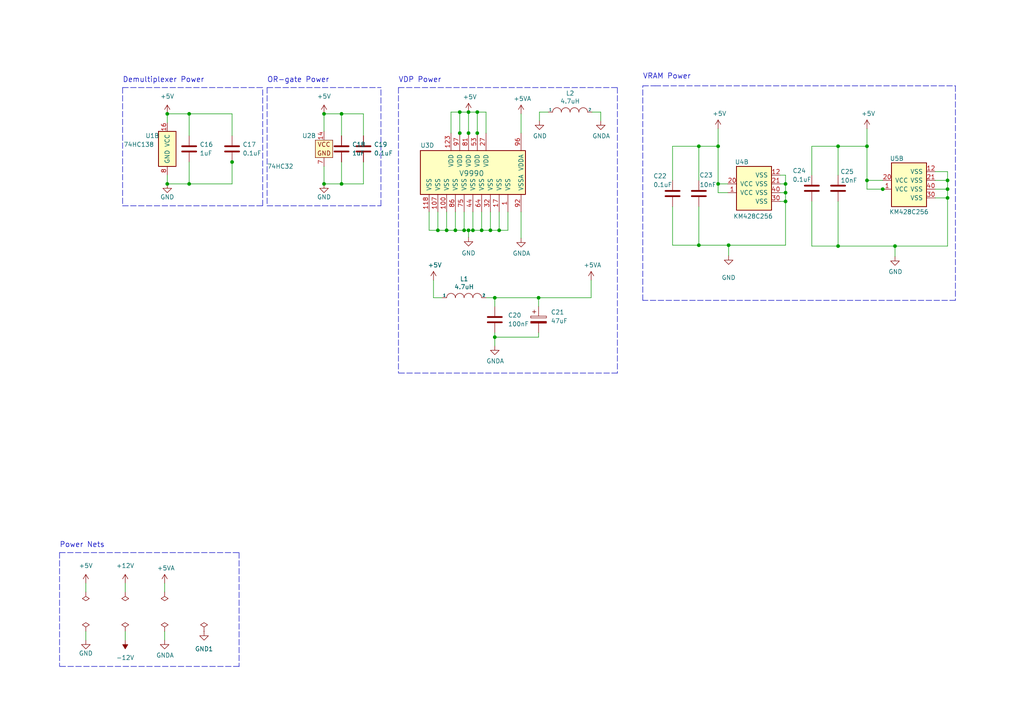
<source format=kicad_sch>
(kicad_sch (version 20211123) (generator eeschema)
  (paper "A4")
  (title_block (title "TRH9000") (date "2022-12-26") (rev "1.1") (company "The Retro Hacker") (comment 2 "Shared under CERN-OHL-S license") (comment 3 "TRH9000 - Open Source MSX Graphics Card based on the Yamaha V9990") (comment 4 "Designed  by: Cristiano Goncalves"))
  (lib_symbols
    (symbol "Device:C" (pin_numbers hide) (pin_names (offset 0.254))
      (property "Reference" "C" (at 0.635 2.54 0))
      (property "Value" "C" (at 0.635 -2.54 0))
      (symbol "C_0_1"
        (polyline (pts (xy -2.032 -0.762) (xy 2.032 -0.762)) (stroke (width 0.508)))
        (polyline (pts (xy -2.032 0.762) (xy 2.032 0.762)) (stroke (width 0.508)))
      )
      (symbol "C_1_1"
        (pin passive line (at 0 3.81 270) (length 2.794) (name "~") (number "1"))
        (pin passive line (at 0 -3.81 90) (length 2.794) (name "~") (number "2"))
      )
    )
    (symbol "Device:C_Polarized" (pin_numbers hide) (pin_names (offset 0.254))
      (property "Reference" "C" (at 0.635 2.54 0))
      (property "Value" "C_Polarized" (at 0.635 -2.54 0))
      (symbol "C_Polarized_0_1"
        (rectangle (start -2.286 0.508) (end 2.286 1.016))
        (polyline (pts (xy -1.778 2.286) (xy -0.762 2.286)))
        (polyline (pts (xy -1.27 2.794) (xy -1.27 1.778)))
        (rectangle (start 2.286 -0.508) (end -2.286 -1.016) (fill (type outline)))
      )
      (symbol "C_Polarized_1_1"
        (pin passive line (at 0 3.81 270) (length 2.794) (name "~") (number "1"))
        (pin passive line (at 0 -3.81 90) (length 2.794) (name "~") (number "2"))
      )
    )
    (symbol "KM428C256_1" (pin_names (offset 1.016))
      (property "Reference" "U4" (at -11.43 24.13 0))
      (property "Value" "KM428C256_1" (at -6.35 -31.75 0))
      (symbol "KM428C256_1_1_1"
        (rectangle (start -12.7 22.86) (end 12.7 -30.48) (stroke (width 0.254)) (fill (type background)))
        (pin bidirectional line (at 15.24 15.24 180) (length 2.54) (name "W2/DQ2") (number "10"))
        (pin bidirectional line (at 15.24 12.7 180) (length 2.54) (name "W3/DQ3") (number "11"))
        (pin input line (at -15.24 -12.7 0) (length 2.54) (name "~{WB}/~{WE}") (number "13"))
        (pin input line (at -15.24 -5.08 0) (length 2.54) (name "~{RAS}") (number "14"))
        (pin input line (at -15.24 0 0) (length 2.54) (name "A8") (number "15"))
        (pin input line (at -15.24 2.54 0) (length 2.54) (name "A7") (number "16"))
        (pin input line (at -15.24 5.08 0) (length 2.54) (name "A6") (number "17"))
        (pin input line (at -15.24 7.62 0) (length 2.54) (name "A5") (number "18"))
        (pin input line (at -15.24 10.16 0) (length 2.54) (name "A4") (number "19"))
        (pin input line (at 15.24 -25.4 180) (length 2.54) (name "SC") (number "2"))
        (pin input line (at -15.24 12.7 0) (length 2.54) (name "A3") (number "22"))
        (pin input line (at -15.24 15.24 0) (length 2.54) (name "A2") (number "23"))
        (pin input line (at -15.24 17.78 0) (length 2.54) (name "A1") (number "24"))
        (pin input line (at -15.24 20.32 0) (length 2.54) (name "A0") (number "25"))
        (pin input line (at -15.24 -22.86 0) (length 2.54) (name "QSF") (number "26"))
        (pin input line (at -15.24 -7.62 0) (length 2.54) (name "~{CAS}") (number "27"))
        (pin no_connect line (at 10.16 0 180) (length 2.54) hide (name "N/C") (number "28"))
        (pin input line (at -15.24 -25.4 0) (length 2.54) (name "DSF") (number "29"))
        (pin bidirectional line (at 15.24 -2.54 180) (length 2.54) (name "SDQ0") (number "3"))
        (pin bidirectional line (at 15.24 10.16 180) (length 2.54) (name "W4/DQ4") (number "31"))
        (pin bidirectional line (at 15.24 7.62 180) (length 2.54) (name "W5/DQ5") (number "32"))
        (pin bidirectional line (at 15.24 5.08 180) (length 2.54) (name "W6/DQ6") (number "33"))
        (pin bidirectional line (at 15.24 2.54 180) (length 2.54) (name "W7/DQ7") (number "34"))
        (pin input line (at 15.24 -27.94 180) (length 2.54) (name "~{SE}") (number "35"))
        (pin bidirectional line (at 15.24 -12.7 180) (length 2.54) (name "SDQ4") (number "36"))
        (pin bidirectional line (at 15.24 -15.24 180) (length 2.54) (name "SDQ5") (number "37"))
        (pin bidirectional line (at 15.24 -17.78 180) (length 2.54) (name "SDQ6") (number "38"))
        (pin bidirectional line (at 15.24 -20.32 180) (length 2.54) (name "SDQ7") (number "39"))
        (pin bidirectional line (at 15.24 -5.08 180) (length 2.54) (name "SDQ1") (number "4"))
        (pin bidirectional line (at 15.24 -7.62 180) (length 2.54) (name "SDQ2") (number "5"))
        (pin bidirectional line (at 15.24 -10.16 180) (length 2.54) (name "SDQ3") (number "6"))
        (pin input line (at -15.24 -10.16 0) (length 2.54) (name "~{DT}/~{OE}") (number "7"))
        (pin bidirectional line (at 15.24 20.32 180) (length 2.54) (name "W0/DQ0") (number "8"))
        (pin bidirectional line (at 15.24 17.78 180) (length 2.54) (name "W1/DQ1") (number "9"))
      )
      (symbol "KM428C256_1_2_1"
        (rectangle (start -5.08 5.08) (end 7.62 -5.08) (stroke (width 0.254)) (fill (type background)))
        (pin power_in line (at 0 7.62 270) (length 2.54) (name "VCC") (number "1"))
        (pin power_in line (at 5.08 -7.62 90) (length 2.54) (name "VSS") (number "12"))
        (pin power_in line (at 2.54 7.62 270) (length 2.54) (name "VCC") (number "20"))
        (pin power_in line (at 2.54 -7.62 90) (length 2.54) (name "VSS") (number "21"))
        (pin power_in line (at -2.54 -7.62 90) (length 2.54) (name "VSS") (number "30"))
        (pin power_in line (at 0 -7.62 90) (length 2.54) (name "VSS") (number "40"))
      )
    )
    (symbol "TRH9000:74VHC138" (pin_names (offset 0.762))
      (property "Reference" "U1" (at -6.35 13.97 0))
      (property "Value" "74VHC138" (at -6.35 -13.97 0))
      (symbol "74VHC138_1_0"
        (polyline (pts (xy -1.27 12.7) (xy -1.27 1.27) (xy -6.35 1.27) (xy -6.35 1.27)))
        (text "&" (at -3.81 10.795 0) (effects (font (size 1.27 1.27))))
      )
      (symbol "74VHC138_1_1"
        (rectangle (start -6.35 12.7) (end 7.62 -12.7) (stroke (width 0.254)) (fill (type background)))
        (pin input line (at -8.89 -3.81 0) (length 2.54) (name "A0") (number "1"))
        (pin output line (at 10.16 -5.08 180) (length 2.54) (name "~{Y5}") (number "10"))
        (pin output line (at 10.16 -2.54 180) (length 2.54) (name "~{Y4}") (number "11"))
        (pin output line (at 10.16 0 180) (length 2.54) (name "~{Y3}") (number "12"))
        (pin output line (at 10.16 2.54 180) (length 2.54) (name "~{Y2}") (number "13"))
        (pin output line (at 10.16 5.08 180) (length 2.54) (name "~{Y1}") (number "14"))
        (pin output line (at 10.16 7.62 180) (length 2.54) (name "~{Y0}") (number "15"))
        (pin input line (at -8.89 -6.35 0) (length 2.54) (name "A1") (number "2"))
        (pin input line (at -8.89 -8.89 0) (length 2.54) (name "A2") (number "3"))
        (pin input line (at -8.89 7.62 0) (length 2.54) (name "~{G2A}") (number "4"))
        (pin input line (at -8.89 5.08 0) (length 2.54) (name "~{G2B}") (number "5"))
        (pin input line (at -8.89 2.54 0) (length 2.54) (name "G1") (number "6"))
        (pin output line (at 10.16 -10.16 180) (length 2.54) (name "~{Y7}") (number "7"))
        (pin output line (at 10.16 -7.62 180) (length 2.54) (name "~{Y6}") (number "9"))
      )
      (symbol "74VHC138_2_0"
        (rectangle (start -2.54 5.08) (end 2.54 -5.08) (stroke (width 0.254)) (fill (type background)))
        (pin power_in line (at 0 7.62 270) (length 2.54) (name "VCC") (number "16"))
      )
      (symbol "74VHC138_2_1"
        (pin power_in line (at 0 -7.62 90) (length 2.54) (name "GND") (number "8"))
      )
    )
    (symbol "TRH9000:KM428C256" (pin_names (offset 1.016))
      (property "Reference" "U4" (at -11.43 24.13 0))
      (property "Value" "KM428C256" (at -6.35 -31.75 0))
      (symbol "KM428C256_1_1"
        (rectangle (start -12.7 22.86) (end 12.7 -30.48) (stroke (width 0.254)) (fill (type background)))
        (pin bidirectional line (at 15.24 15.24 180) (length 2.54) (name "W2/DQ2") (number "10"))
        (pin bidirectional line (at 15.24 12.7 180) (length 2.54) (name "W3/DQ3") (number "11"))
        (pin input line (at -15.24 -12.7 0) (length 2.54) (name "~{WB}/~{WE}") (number "13"))
        (pin input line (at -15.24 -5.08 0) (length 2.54) (name "~{RAS}") (number "14"))
        (pin input line (at -15.24 0 0) (length 2.54) (name "A8") (number "15"))
        (pin input line (at -15.24 2.54 0) (length 2.54) (name "A7") (number "16"))
        (pin input line (at -15.24 5.08 0) (length 2.54) (name "A6") (number "17"))
        (pin input line (at -15.24 7.62 0) (length 2.54) (name "A5") (number "18"))
        (pin input line (at -15.24 10.16 0) (length 2.54) (name "A4") (number "19"))
        (pin input line (at 15.24 -25.4 180) (length 2.54) (name "SC") (number "2"))
        (pin input line (at -15.24 12.7 0) (length 2.54) (name "A3") (number "22"))
        (pin input line (at -15.24 15.24 0) (length 2.54) (name "A2") (number "23"))
        (pin input line (at -15.24 17.78 0) (length 2.54) (name "A1") (number "24"))
        (pin input line (at -15.24 20.32 0) (length 2.54) (name "A0") (number "25"))
        (pin input line (at -15.24 -22.86 0) (length 2.54) (name "QSF") (number "26"))
        (pin input line (at -15.24 -7.62 0) (length 2.54) (name "~{CAS}") (number "27"))
        (pin no_connect line (at 10.16 0 180) (length 2.54) hide (name "N/C") (number "28"))
        (pin input line (at -15.24 -25.4 0) (length 2.54) (name "DSF") (number "29"))
        (pin bidirectional line (at 15.24 -2.54 180) (length 2.54) (name "SDQ0") (number "3"))
        (pin bidirectional line (at 15.24 10.16 180) (length 2.54) (name "W4/DQ4") (number "31"))
        (pin bidirectional line (at 15.24 7.62 180) (length 2.54) (name "W5/DQ5") (number "32"))
        (pin bidirectional line (at 15.24 5.08 180) (length 2.54) (name "W6/DQ6") (number "33"))
        (pin bidirectional line (at 15.24 2.54 180) (length 2.54) (name "W7/DQ7") (number "34"))
        (pin input line (at 15.24 -27.94 180) (length 2.54) (name "~{SE}") (number "35"))
        (pin bidirectional line (at 15.24 -12.7 180) (length 2.54) (name "SDQ4") (number "36"))
        (pin bidirectional line (at 15.24 -15.24 180) (length 2.54) (name "SDQ5") (number "37"))
        (pin bidirectional line (at 15.24 -17.78 180) (length 2.54) (name "SDQ6") (number "38"))
        (pin bidirectional line (at 15.24 -20.32 180) (length 2.54) (name "SDQ7") (number "39"))
        (pin bidirectional line (at 15.24 -5.08 180) (length 2.54) (name "SDQ1") (number "4"))
        (pin bidirectional line (at 15.24 -7.62 180) (length 2.54) (name "SDQ2") (number "5"))
        (pin bidirectional line (at 15.24 -10.16 180) (length 2.54) (name "SDQ3") (number "6"))
        (pin input line (at -15.24 -10.16 0) (length 2.54) (name "~{DT}/~{OE}") (number "7"))
        (pin bidirectional line (at 15.24 20.32 180) (length 2.54) (name "W0/DQ0") (number "8"))
        (pin bidirectional line (at 15.24 17.78 180) (length 2.54) (name "W1/DQ1") (number "9"))
      )
      (symbol "KM428C256_2_1"
        (rectangle (start -5.08 5.08) (end 7.62 -5.08) (stroke (width 0.254)) (fill (type background)))
        (pin power_in line (at 0 7.62 270) (length 2.54) (name "VCC") (number "1"))
        (pin power_in line (at 5.08 -7.62 90) (length 2.54) (name "VSS") (number "12"))
        (pin power_in line (at 2.54 7.62 270) (length 2.54) (name "VCC") (number "20"))
        (pin power_in line (at 2.54 -7.62 90) (length 2.54) (name "VSS") (number "21"))
        (pin power_in line (at -2.54 -7.62 90) (length 2.54) (name "VSS") (number "30"))
        (pin power_in line (at 0 -7.62 90) (length 2.54) (name "VSS") (number "40"))
      )
    )
    (symbol "TRH9000:T.I_SN74AHCT32D" (pin_names (offset 1))
      (property "Reference" "U5" (at -22.86 17.78 0))
      (property "Value" "T.I_SN74AHCT32D" (at -22.86 15.24 0))
      (symbol "T.I_SN74AHCT32D_1_1"
        (rectangle (start -7.62 12.7) (end 7.62 -10.16) (stroke (width 0.254)) (fill (type background)))
        (arc (start -0.635 -6.985) (mid -0.372 -6.35) (end -0.635 -5.715))
        (arc (start -0.635 -1.905) (mid -0.372 -1.27) (end -0.635 -0.635))
        (arc (start -0.635 3.175) (mid -0.372 3.81) (end -0.635 4.445))
        (arc (start -0.635 8.255) (mid -0.372 8.89) (end -0.635 9.525))
        (polyline (pts (xy -0.635 -6.604) (xy -0.508 -6.604)))
        (polyline (pts (xy -0.635 -6.096) (xy -0.508 -6.096)))
        (polyline (pts (xy -0.635 -1.524) (xy -0.508 -1.524)))
        (polyline (pts (xy -0.635 -1.016) (xy -0.508 -1.016)))
        (polyline (pts (xy -0.635 3.556) (xy -0.508 3.556)))
        (polyline (pts (xy -0.635 4.064) (xy -0.508 4.064)))
        (polyline (pts (xy -0.635 8.636) (xy -0.508 8.636)))
        (polyline (pts (xy -0.635 9.144) (xy -0.508 9.144)))
        (polyline (pts (xy 0.635 -6.985) (xy -0.635 -6.985)))
        (polyline (pts (xy 0.635 -5.715) (xy -0.635 -5.715)))
        (polyline (pts (xy 0.635 -1.905) (xy -0.635 -1.905)))
        (polyline (pts (xy 0.635 -0.635) (xy -0.635 -0.635)))
        (polyline (pts (xy 0.635 3.175) (xy -0.635 3.175)))
        (polyline (pts (xy 0.635 4.445) (xy -0.635 4.445)))
        (polyline (pts (xy 0.635 8.255) (xy -0.635 8.255)))
        (polyline (pts (xy 0.635 9.525) (xy -0.635 9.525)))
        (polyline (pts (xy 0.635 -5.715) (xy 1.27 -6.35) (xy 0.635 -6.985)))
        (polyline (pts (xy 0.635 -0.635) (xy 1.27 -1.27) (xy 0.635 -1.905)))
        (polyline (pts (xy 0.635 4.445) (xy 1.27 3.81) (xy 0.635 3.175)))
        (polyline (pts (xy 0.635 9.525) (xy 1.27 8.89) (xy 0.635 8.255)))
        (polyline (pts (xy -0.635 -6.096) (xy -2.286 -6.096) (xy -2.286 -4.064) (xy -3.81 -4.064)))
        (polyline (pts (xy -0.635 -1.016) (xy -2.286 -1.016) (xy -2.286 1.016) (xy -3.81 1.016)))
        (polyline (pts (xy -0.635 4.064) (xy -2.286 4.064) (xy -2.286 6.096) (xy -3.81 6.096)))
        (polyline (pts (xy -0.635 9.144) (xy -2.286 9.144) (xy -2.286 11.176) (xy -3.81 11.176)))
        (polyline (pts (xy -3.81 -4.064) (xy -3.81 -4.064) (xy -7.112 -4.064) (xy -7.112 -5.08) (xy -7.62 -5.08)))
        (polyline (pts (xy -3.81 1.016) (xy -3.81 1.016) (xy -7.112 1.016) (xy -7.112 0) (xy -7.62 0)))
        (polyline (pts (xy -3.81 6.096) (xy -3.81 6.096) (xy -7.112 6.096) (xy -7.112 5.08) (xy -7.62 5.08)))
        (polyline (pts (xy -3.81 11.176) (xy -3.81 11.176) (xy -7.112 11.176) (xy -7.112 10.16) (xy -7.62 10.16)))
        (polyline (pts (xy -0.635 -6.604) (xy -3.81 -6.604) (xy -7.112 -6.604) (xy -7.112 -7.62) (xy -7.62 -7.62)))
        (polyline (pts (xy -0.635 -1.524) (xy -3.81 -1.524) (xy -7.112 -1.524) (xy -7.112 -2.54) (xy -7.62 -2.54)))
        (polyline (pts (xy -0.635 3.556) (xy -3.81 3.556) (xy -7.112 3.556) (xy -7.112 2.54) (xy -7.62 2.54)))
        (polyline (pts (xy -0.635 8.636) (xy -3.81 8.636) (xy -7.112 8.636) (xy -7.112 7.62) (xy -7.62 7.62)))
        (polyline (pts (xy 1.27 -6.35) (xy 3.81 -6.35) (xy 7.112 -6.35) (xy 7.112 -7.62) (xy 7.62 -7.62)))
        (polyline (pts (xy 1.27 -1.27) (xy 3.81 -1.27) (xy 7.112 -1.27) (xy 7.112 -2.54) (xy 7.62 -2.54)))
        (polyline (pts (xy 1.27 3.81) (xy 3.81 3.81) (xy 7.112 3.81) (xy 7.112 2.54) (xy 7.62 2.54)))
        (polyline (pts (xy 1.27 8.89) (xy 3.81 8.89) (xy 7.112 8.89) (xy 7.112 7.62) (xy 7.62 7.62)))
        (pin input line (at -10.16 10.16 0) (length 2.54) (name "1A") (number "1"))
        (pin input line (at -10.16 -2.54 0) (length 2.54) (name "3B") (number "10"))
        (pin output line (at 10.16 -7.62 180) (length 2.54) (name "4Y") (number "11"))
        (pin input line (at -10.16 -5.08 0) (length 2.54) (name "4A") (number "12"))
        (pin input line (at -10.16 -7.62 0) (length 2.54) (name "4B") (number "13"))
        (pin input line (at -10.16 7.62 0) (length 2.54) (name "1B") (number "2"))
        (pin output line (at 10.16 7.62 180) (length 2.54) (name "1Y") (number "3"))
        (pin input line (at -10.16 5.08 0) (length 2.54) (name "2A") (number "4"))
        (pin input line (at -10.16 2.54 0) (length 2.54) (name "2B") (number "5"))
        (pin output line (at 10.16 2.54 180) (length 2.54) (name "2Y") (number "6"))
        (pin output line (at 10.16 -2.54 180) (length 2.54) (name "3Y") (number "8"))
        (pin input line (at -10.16 0 0) (length 2.54) (name "3A") (number "9"))
      )
      (symbol "T.I_SN74AHCT32D_2_0"
        (text "GND" (at 0 -1.27 0) (effects (font (size 1.27 1.27))))
        (text "VCC" (at 0 1.27 0) (effects (font (size 1.27 1.27))))
      )
      (symbol "T.I_SN74AHCT32D_2_1"
        (rectangle (start -2.54 2.54) (end 2.54 -2.54) (fill (type background)))
        (pin power_in line (at 0 5.08 270) (length 2.54) (name "VCC") (number "14"))
        (pin power_in line (at 0 -5.08 90) (length 2.54) (name "GND") (number "7"))
      )
    )
    (symbol "TRH9000:V9990" (pin_names (offset 1.016))
      (property "Reference" "U" (at -12.7 60.96 0))
      (property "Value" "V9990" (at -2.54 -76.2 0))
      (symbol "V9990_1_0"
        (rectangle (start -10.16 27.94) (end 10.16 30.48))
        (text "CPU Interface" (at 0 29.21 0) (effects (font (size 1.27 1.27))))
        (pin input line (at -15.24 20.32 0) (length 5.08) (name "~{VMREQ}") (number "124"))
        (pin open_emitter line (at 15.24 20.32 180) (length 5.08) (name "~{DREQ}") (number "125"))
        (pin open_collector line (at 15.24 15.24 180) (length 5.08) (name "~{INT0}") (number "126"))
        (pin input line (at -15.24 10.16 0) (length 5.08) (name "MODE2") (number "6"))
        (pin input line (at -15.24 7.62 0) (length 5.08) (name "MODE3") (number "7"))
      )
      (symbol "V9990_1_1"
        (rectangle (start -10.16 27.94) (end 10.16 -25.4) (stroke (width 0.254)) (fill (type background)))
        (pin input line (at -15.24 25.4 0) (length 5.08) (name "~{RESET}") (number "110"))
        (pin tri_state line (at -15.24 2.54 0) (length 5.08) (name "CD0") (number "114"))
        (pin tri_state line (at -15.24 0 0) (length 5.08) (name "CD1") (number "115"))
        (pin tri_state line (at -15.24 -2.54 0) (length 5.08) (name "CD2") (number "116"))
        (pin tri_state line (at -15.24 -5.08 0) (length 5.08) (name "CD3") (number "117"))
        (pin tri_state line (at -15.24 -7.62 0) (length 5.08) (name "CD4") (number "119"))
        (pin tri_state line (at -15.24 -10.16 0) (length 5.08) (name "CD5") (number "120"))
        (pin tri_state line (at -15.24 -12.7 0) (length 5.08) (name "CD6") (number "121"))
        (pin tri_state line (at -15.24 -15.24 0) (length 5.08) (name "CD7") (number "122"))
        (pin open_collector line (at 15.24 12.7 180) (length 5.08) (name "~{INT1}") (number "127"))
        (pin output line (at 15.24 25.4 180) (length 5.08) (name "~{WAIT}") (number "128"))
        (pin input line (at -15.24 -22.86 0) (length 5.08) (name "~{CSW}") (number "2"))
        (pin input line (at -15.24 -20.32 0) (length 5.08) (name "~{CSR}") (number "3"))
        (pin input line (at -15.24 15.24 0) (length 5.08) (name "MODE0") (number "4"))
        (pin input line (at -15.24 12.7 0) (length 5.08) (name "MODE1") (number "5"))
      )
      (symbol "V9990_2_0"
        (rectangle (start -12.7 -40.64) (end 12.7 -66.04) (stroke (width 0.254)) (fill (type background)))
        (rectangle (start -12.7 7.62) (end 12.7 -40.64) (stroke (width 0.254)) (fill (type background)))
        (rectangle (start -12.7 55.88) (end 12.7 7.62) (stroke (width 0.254)) (fill (type background)))
        (rectangle (start -12.7 55.88) (end 12.7 58.42))
        (text "Address Bus &" (at -11.43 -43.18 0) (effects (font (size 1.27 1.27)) (justify left)))
        (text "Kanji Output" (at -11.43 -45.72 0) (effects (font (size 1.27 1.27)) (justify left)))
        (text "PORT 0" (at 0 35.56 900) (effects (font (size 1.27 1.27))))
        (text "PORT 1" (at 0 -12.7 900) (effects (font (size 1.27 1.27))))
        (text "VRAM interface" (at 0 57.15 0) (effects (font (size 1.27 1.27))))
        (pin tri_state line (at 17.78 -58.42 180) (length 5.08) (name "KA15") (number "10"))
        (pin tri_state line (at 17.78 -55.88 180) (length 5.08) (name "KA14") (number "11"))
        (pin tri_state line (at 17.78 -53.34 180) (length 5.08) (name "KA13") (number "12"))
        (pin tri_state line (at 17.78 -50.8 180) (length 5.08) (name "KA12") (number "13"))
        (pin tri_state line (at 17.78 -48.26 180) (length 5.08) (name "KA11") (number "14"))
        (pin tri_state line (at 17.78 -45.72 180) (length 5.08) (name "KA10") (number "15"))
        (pin tri_state line (at 17.78 -43.18 180) (length 5.08) (name "KA9") (number "16"))
        (pin tri_state line (at 17.78 10.16 180) (length 5.08) (name "V0_A8/KA8") (number "18"))
        (pin tri_state line (at 17.78 12.7 180) (length 5.08) (name "V0_A7/KA7") (number "19"))
        (pin tri_state line (at 17.78 15.24 180) (length 5.08) (name "V0_A6/KA6") (number "20"))
        (pin tri_state line (at 17.78 17.78 180) (length 5.08) (name "V0_A5/KA5") (number "21"))
        (pin tri_state line (at 17.78 20.32 180) (length 5.08) (name "V0_A4/KA4") (number "22"))
        (pin tri_state line (at 17.78 22.86 180) (length 5.08) (name "V0_A3/KA3") (number "23"))
        (pin tri_state line (at 17.78 25.4 180) (length 5.08) (name "V0_A2/KA2") (number "24"))
        (pin tri_state line (at 17.78 27.94 180) (length 5.08) (name "V0_A1/KA1") (number "25"))
        (pin tri_state line (at 17.78 30.48 180) (length 5.08) (name "V0_A0/KA0") (number "26"))
        (pin output line (at 17.78 35.56 180) (length 5.08) (name "~{KOE}") (number "37"))
        (pin tri_state line (at 17.78 43.18 180) (length 5.08) (name "~{V0_WE}") (number "40"))
        (pin output line (at 17.78 53.34 180) (length 5.08) (name "~{V0_TR/OE}") (number "41"))
        (pin output clock (at 17.78 40.64 180) (length 5.08) (name "~{V0_SC}") (number "42"))
        (pin output line (at 17.78 50.8 180) (length 5.08) (name "~{V0_SOE}") (number "43"))
        (pin input line (at -17.78 35.56 0) (length 5.08) (name "V0_S7") (number "45"))
        (pin input line (at -17.78 38.1 0) (length 5.08) (name "V0_S6") (number "46"))
        (pin input line (at -17.78 40.64 0) (length 5.08) (name "V0_S5") (number "47"))
        (pin input line (at -17.78 43.18 0) (length 5.08) (name "V0_S4") (number "48"))
        (pin input line (at -17.78 45.72 0) (length 5.08) (name "V0_S3") (number "49"))
        (pin input line (at -17.78 48.26 0) (length 5.08) (name "V0_S2") (number "50"))
        (pin input line (at -17.78 50.8 0) (length 5.08) (name "V0_S1") (number "51"))
        (pin input line (at -17.78 53.34 0) (length 5.08) (name "V0_S0") (number "52"))
        (pin tri_state line (at 17.78 -5.08 180) (length 5.08) (name "~{V1_WE}") (number "65"))
        (pin output line (at 17.78 5.08 180) (length 5.08) (name "~{V1_TR/OE}") (number "66"))
        (pin output clock (at 17.78 -7.62 180) (length 5.08) (name "V1_SC") (number "67"))
        (pin output line (at 17.78 2.54 180) (length 5.08) (name "~{V1_SOE}") (number "68"))
        (pin output line (at 17.78 -10.16 180) (length 5.08) (name "ASEL") (number "70"))
        (pin tri_state line (at 17.78 -38.1 180) (length 5.08) (name "V1_A8") (number "71"))
        (pin tri_state line (at 17.78 -35.56 180) (length 5.08) (name "V1_A7") (number "72"))
        (pin tri_state line (at 17.78 -33.02 180) (length 5.08) (name "V1_A6") (number "73"))
        (pin tri_state line (at 17.78 -30.48 180) (length 5.08) (name "V1_A5") (number "74"))
        (pin tri_state line (at 17.78 -27.94 180) (length 5.08) (name "V1_A4") (number "76"))
        (pin tri_state line (at 17.78 -25.4 180) (length 5.08) (name "V1_A3") (number "77"))
        (pin tri_state line (at 17.78 -22.86 180) (length 5.08) (name "V1_A2") (number "78"))
        (pin tri_state line (at 17.78 -20.32 180) (length 5.08) (name "V1_A1") (number "79"))
        (pin tri_state line (at 17.78 -63.5 180) (length 5.08) (name "KA17") (number "8"))
        (pin tri_state line (at 17.78 -17.78 180) (length 5.08) (name "V1_A0") (number "80"))
        (pin tri_state line (at 17.78 -60.96 180) (length 5.08) (name "KA16") (number "9"))
      )
      (symbol "V9990_2_1"
        (pin bidirectional line (at -17.78 12.7 0) (length 5.08) (name "V0_D7/KD7") (number "28"))
        (pin bidirectional line (at -17.78 15.24 0) (length 5.08) (name "V0_D6/KD6") (number "29"))
        (pin bidirectional line (at -17.78 17.78 0) (length 5.08) (name "V0_D5/KD5") (number "30"))
        (pin bidirectional line (at -17.78 20.32 0) (length 5.08) (name "V0_D4/KD4") (number "31"))
        (pin bidirectional line (at -17.78 22.86 0) (length 5.08) (name "V0_D3/KD3") (number "33"))
        (pin bidirectional line (at -17.78 25.4 0) (length 5.08) (name "V0_D2/KD2") (number "34"))
        (pin bidirectional line (at -17.78 27.94 0) (length 5.08) (name "V0_D1/KD1") (number "35"))
        (pin bidirectional line (at -17.78 30.48 0) (length 5.08) (name "V0_D0/KD0") (number "36"))
        (pin output line (at 17.78 45.72 180) (length 5.08) (name "~{V0_RAS}") (number "38"))
        (pin output line (at 17.78 48.26 180) (length 5.08) (name "~{V0_CAS}") (number "39"))
        (pin input line (at -17.78 -12.7 0) (length 5.08) (name "V1_S7") (number "54"))
        (pin input line (at -17.78 -10.16 0) (length 5.08) (name "V1_S6") (number "55"))
        (pin input line (at -17.78 -7.62 0) (length 5.08) (name "V1_S5") (number "56"))
        (pin input line (at -17.78 -5.08 0) (length 5.08) (name "V1_S4") (number "57"))
        (pin input line (at -17.78 -2.54 0) (length 5.08) (name "V1_S3") (number "58"))
        (pin input line (at -17.78 0 0) (length 5.08) (name "V1_S2") (number "59"))
        (pin input line (at -17.78 2.54 0) (length 5.08) (name "V1_S1") (number "60"))
        (pin input line (at -17.78 5.08 0) (length 5.08) (name "V1_S0") (number "61"))
        (pin output line (at 17.78 -2.54 180) (length 5.08) (name "~{V1_RAS}") (number "62"))
        (pin output line (at 17.78 0 180) (length 5.08) (name "~{V1_CAS}") (number "63"))
        (pin output line (at 17.78 38.1 180) (length 5.08) (name "~{VMBG}") (number "69"))
        (pin bidirectional line (at -17.78 -17.78 0) (length 5.08) (name "V1_D0") (number "82"))
        (pin bidirectional line (at -17.78 -20.32 0) (length 5.08) (name "V1_D1") (number "83"))
        (pin bidirectional line (at -17.78 -22.86 0) (length 5.08) (name "V1_D2") (number "84"))
        (pin bidirectional line (at -17.78 -25.4 0) (length 5.08) (name "V1_D3") (number "85"))
        (pin bidirectional line (at -17.78 -27.94 0) (length 5.08) (name "V1_D4") (number "87"))
        (pin bidirectional line (at -17.78 -30.48 0) (length 5.08) (name "V1_D5") (number "88"))
        (pin bidirectional line (at -17.78 -33.02 0) (length 5.08) (name "V1_D6") (number "89"))
        (pin bidirectional line (at -17.78 -35.56 0) (length 5.08) (name "V1_D7") (number "90"))
      )
      (symbol "V9990_3_0"
        (rectangle (start -10.16 12.7) (end 10.16 -27.94) (stroke (width 0.254)) (fill (type background)))
        (rectangle (start -10.16 15.24) (end 10.16 12.7))
        (rectangle (start -10.16 27.94) (end 10.16 30.48))
        (text "(14MHz)" (at -6.35 23.495 0) (effects (font (size 1 1))))
        (text "(21MHz)" (at 0 17.78 0) (effects (font (size 1 1))))
        (text "(3.58MHz)" (at -3.81 -7.62 0) (effects (font (size 1 1))))
        (text "(MCK÷2)" (at 0.635 25.4 0) (effects (font (size 0.75 0.75))))
        (text "(MCK÷4)" (at 0.635 22.987 0) (effects (font (size 0.75 0.75))))
        (text "/CB4" (at -6.985 8.636 0) (effects (font (size 0.85 0.85))))
        (text "/CB5" (at 3.81 8.636 0) (effects (font (size 0.85 0.85))))
        (text "CLOCK signals" (at 0 29.21 0) (effects (font (size 1.27 1.27))))
        (text "VIDEO interface" (at 0 13.97 0) (effects (font (size 1.27 1.27))))
        (text "~{HRESET}" (at -5.588 10.033 0) (effects (font (size 1.27 1.27))))
        (text "~{VRESET}" (at 5.588 10.033 0) (effects (font (size 1.27 1.27))))
        (pin input clock (at -15.24 25.4 0) (length 5.08) (name "MCKIN") (number "113"))
      )
      (symbol "V9990_3_1"
        (rectangle (start -10.16 27.94) (end 10.16 15.24) (stroke (width 0.254)) (fill (type background)))
        (pin output line (at 15.24 -15.24 180) (length 5.08) (name "~{HSYNC/LC}") (number "101"))
        (pin output line (at 15.24 -17.78 180) (length 5.08) (name "~{CSYNC/FLM}") (number "102"))
        (pin output line (at 15.24 -22.86 180) (length 5.08) (name "~{BLANK/M}") (number "103"))
        (pin output clock (at 15.24 -25.4 180) (length 5.08) (name "SHCK") (number "104"))
        (pin bidirectional line (at -15.24 10.16 0) (length 5.08) (name "~{HRESET}/CB4") (number "105"))
        (pin bidirectional line (at 15.24 10.16 180) (length 5.08) (name "~{VRESET}/CB5") (number "106"))
        (pin output clock (at 15.24 -7.62 180) (length 5.08) (name "CB6/FSC") (number "108"))
        (pin output line (at 15.24 -10.16 180) (length 5.08) (name "CB7") (number "109"))
        (pin output clock (at 15.24 25.4 180) (length 5.08) (name "DHCLK") (number "111"))
        (pin output clock (at 15.24 22.86 180) (length 5.08) (name "DLCLK") (number "112"))
        (pin output line (at 15.24 -2.54 180) (length 5.08) (name "~{YS}/D0/CB0") (number "91"))
        (pin output line (at 15.24 5.08 180) (length 5.08) (name "R/D3/CB3") (number "93"))
        (pin output line (at 15.24 2.54 180) (length 5.08) (name "G/D2/CB2") (number "94"))
        (pin output line (at 15.24 0 180) (length 5.08) (name "B/D1/CB1") (number "95"))
        (pin input clock (at -15.24 17.78 0) (length 5.08) (name "XTAL1") (number "98"))
        (pin output clock (at 15.24 17.78 180) (length 5.08) (name "XTAL2") (number "99"))
      )
      (symbol "V9990_4_0"
        (pin power_in line (at -12.7 -12.7 90) (length 5.08) (name "VSS") (number "100"))
        (pin power_in line (at -15.24 -12.7 90) (length 5.08) (name "VSS") (number "107"))
        (pin power_in line (at -17.78 -12.7 90) (length 5.08) (name "VSS") (number "118"))
        (pin power_in line (at -11.43 10.16 270) (length 5.08) (name "VDD") (number "123"))
        (pin power_in line (at 2.54 -12.7 90) (length 5.08) (name "VSS") (number "17"))
        (pin power_in line (at 0 -12.7 90) (length 5.08) (name "VSS") (number "32"))
        (pin power_in line (at -5.08 -12.7 90) (length 5.08) (name "VSS") (number "44"))
        (pin power_in line (at -3.81 10.16 270) (length 5.08) (name "VDD") (number "53"))
        (pin power_in line (at -2.54 -12.7 90) (length 5.08) (name "VSS") (number "64"))
        (pin power_in line (at -7.62 -12.7 90) (length 5.08) (name "VSS") (number "75"))
        (pin power_in line (at -6.35 10.16 270) (length 5.08) (name "VDD") (number "81"))
        (pin power_in line (at -10.16 -12.7 90) (length 5.08) (name "VSS") (number "86"))
        (pin power_in line (at 8.89 -12.7 90) (length 5.08) (name "VSSA") (number "92"))
        (pin power_in line (at -8.89 10.16 270) (length 5.08) (name "VDD") (number "97"))
      )
      (symbol "V9990_4_1"
        (rectangle (start -20.32 5.08) (end 10.16 -7.62) (stroke (width 0.254)) (fill (type background)))
        (pin power_in line (at 5.08 -12.7 90) (length 5.08) (name "VSS") (number "1"))
        (pin power_in line (at -1.27 10.16 270) (length 5.08) (name "VDD") (number "27"))
        (pin power_in line (at 8.89 10.16 270) (length 5.08) (name "VDDA") (number "96"))
      )
    )
    (symbol "power:+12V" (power) (pin_names (offset 0))
      (property "Value" "+12V" (at 0 3.556 0))
      (symbol "+12V_0_1"
        (polyline (pts (xy -0.762 1.27) (xy 0 2.54)))
        (polyline (pts (xy 0 0) (xy 0 2.54)))
        (polyline (pts (xy 0 2.54) (xy 0.762 1.27)))
      )
      (symbol "+12V_1_1"
        (pin power_in line (at 0 0 90) (length 0) hide (name "+12V") (number "1"))
      )
    )
    (symbol "power:+5V" (power) (pin_names (offset 0))
      (property "Value" "+5V" (at 0 3.556 0))
      (symbol "+5V_0_1"
        (polyline (pts (xy -0.762 1.27) (xy 0 2.54)))
        (polyline (pts (xy 0 0) (xy 0 2.54)))
        (polyline (pts (xy 0 2.54) (xy 0.762 1.27)))
      )
      (symbol "+5V_1_1"
        (pin power_in line (at 0 0 90) (length 0) hide (name "+5V") (number "1"))
      )
    )
    (symbol "power:+5VA" (power) (pin_names (offset 0))
      (property "Value" "+5VA" (at 0 3.556 0))
      (symbol "+5VA_0_1"
        (polyline (pts (xy -0.762 1.27) (xy 0 2.54)))
        (polyline (pts (xy 0 0) (xy 0 2.54)))
        (polyline (pts (xy 0 2.54) (xy 0.762 1.27)))
      )
      (symbol "+5VA_1_1"
        (pin power_in line (at 0 0 90) (length 0) hide (name "+5VA") (number "1"))
      )
    )
    (symbol "power:-12V" (power) (pin_names (offset 0))
      (property "Value" "-12V" (at 0 3.81 0))
      (symbol "-12V_0_0"
        (pin power_in line (at 0 0 90) (length 0) hide (name "-12V") (number "1"))
      )
      (symbol "-12V_0_1"
        (polyline (pts (xy 0 0) (xy 0 1.27) (xy 0.762 1.27) (xy 0 2.54) (xy -0.762 1.27) (xy 0 1.27)) (fill (type outline)))
      )
    )
    (symbol "power:GND" (power) (pin_names (offset 0))
      (property "Value" "GND" (at 0 -3.81 0))
      (symbol "GND_0_1"
        (polyline (pts (xy 0 0) (xy 0 -1.27) (xy 1.27 -1.27) (xy 0 -2.54) (xy -1.27 -1.27) (xy 0 -1.27)))
      )
      (symbol "GND_1_1"
        (pin power_in line (at 0 0 270) (length 0) hide (name "GND") (number "1"))
      )
    )
    (symbol "power:GND1" (power) (pin_names (offset 0))
      (property "Value" "GND1" (at 0 -3.81 0))
      (symbol "GND1_0_1"
        (polyline (pts (xy 0 0) (xy 0 -1.27) (xy 1.27 -1.27) (xy 0 -2.54) (xy -1.27 -1.27) (xy 0 -1.27)))
      )
      (symbol "GND1_1_1"
        (pin power_in line (at 0 0 270) (length 0) hide (name "GND1") (number "1"))
      )
    )
    (symbol "power:GNDA" (power) (pin_names (offset 0))
      (property "Value" "GNDA" (at 0 -3.81 0))
      (symbol "GNDA_0_1"
        (polyline (pts (xy 0 0) (xy 0 -1.27) (xy 1.27 -1.27) (xy 0 -2.54) (xy -1.27 -1.27) (xy 0 -1.27)))
      )
      (symbol "GNDA_1_1"
        (pin power_in line (at 0 0 270) (length 0) hide (name "GNDA") (number "1"))
      )
    )
    (symbol "power:PWR_FLAG" (power) (pin_numbers hide) (pin_names (offset 0) hide)
      (property "Value" "PWR_FLAG" (at 0 3.81 0))
      (symbol "PWR_FLAG_0_0"
        (pin power_out line (at 0 0 90) (length 0) (name "pwr") (number "1"))
      )
      (symbol "PWR_FLAG_0_1"
        (polyline (pts (xy 0 0) (xy 0 1.27) (xy -1.016 1.905) (xy 0 2.54) (xy 1.016 1.905) (xy 0 1.27)))
      )
    )
    (symbol "pspice:INDUCTOR" (pin_numbers hide) (pin_names (offset 0))
      (property "Reference" "L" (at 0 2.54 0))
      (property "Value" "INDUCTOR" (at 0 -1.27 0))
      (symbol "INDUCTOR_0_1"
        (arc (start -2.54 0) (mid -3.81 1.27) (end -5.08 0))
        (arc (start 0 0) (mid -1.27 1.27) (end -2.54 0))
        (arc (start 2.54 0) (mid 1.27 1.27) (end 0 0))
        (arc (start 5.08 0) (mid 3.81 1.27) (end 2.54 0))
      )
      (symbol "INDUCTOR_1_1"
        (pin input line (at -6.35 0 0) (length 1.27) (name "1") (number "1"))
        (pin input line (at 6.35 0 180) (length 1.27) (name "2") (number "2"))
      )
    )
  )
  (junction (at 99.06 53.34))
  (junction (at 202.692 42.418))
  (junction (at 202.692 71.12))
  (junction (at 132.08 66.802))
  (junction (at 48.514 53.34))
  (junction (at 127 66.802))
  (junction (at 93.98 53.34))
  (junction (at 142.24 66.802))
  (junction (at 54.864 53.34))
  (junction (at 227.838 55.88))
  (junction (at 48.514 33.02))
  (junction (at 134.62 66.802))
  (junction (at 67.31 46.99))
  (junction (at 251.46 42.418))
  (junction (at 274.828 54.864))
  (junction (at 274.828 52.324))
  (junction (at 156.21 86.36))
  (junction (at 256.032 54.864))
  (junction (at 243.078 71.374))
  (junction (at 227.838 53.34))
  (junction (at 243.078 42.418))
  (junction (at 208.28 42.418))
  (junction (at 135.89 32.512))
  (junction (at 137.16 66.802))
  (junction (at 138.43 38.608))
  (junction (at 93.98 33.02))
  (junction (at 135.89 66.802))
  (junction (at 259.588 71.374))
  (junction (at 133.35 38.608))
  (junction (at 208.28 53.34))
  (junction (at 139.7 66.802))
  (junction (at 138.43 32.512))
  (junction (at 143.51 97.79))
  (junction (at 143.51 86.36))
  (junction (at 99.06 33.02))
  (junction (at 144.78 66.802))
  (junction (at 133.35 32.512))
  (junction (at 54.864 33.02))
  (junction (at 227.838 58.42))
  (junction (at 129.54 66.802))
  (junction (at 135.89 38.608))
  (junction (at 211.328 71.12))
  (junction (at 251.46 52.324))
  (junction (at 274.828 57.404))
  (wire (pts (xy 251.46 37.338) (xy 251.46 42.418)))
  (wire (pts (xy 135.89 38.608) (xy 135.89 32.512)))
  (wire (pts (xy 202.692 71.12) (xy 211.328 71.12)))
  (wire (pts (xy 54.864 33.02) (xy 48.514 33.02)))
  (wire (pts (xy 208.28 53.34) (xy 208.28 55.88)))
  (wire (pts (xy 151.13 33.02) (xy 151.13 38.608)))
  (wire (pts (xy 271.272 49.784) (xy 274.828 49.784)))
  (wire (pts (xy 144.78 61.468) (xy 144.78 66.802)))
  (wire (pts (xy 151.13 61.468) (xy 151.13 69.088)))
  (wire (pts (xy 274.828 71.374) (xy 274.828 57.404)))
  (wire (pts (xy 195.072 71.12) (xy 202.692 71.12)))
  (polyline (pts (xy 35.56 59.69) (xy 76.2 59.69)))
  (wire (pts (xy 208.28 53.34) (xy 211.074 53.34)))
  (wire (pts (xy 251.46 54.864) (xy 256.032 54.864)))
  (wire (pts (xy 274.828 52.324) (xy 274.828 54.864)))
  (polyline (pts (xy 186.436 87.122) (xy 186.436 24.892)))
  (wire (pts (xy 227.838 58.42) (xy 226.314 58.42)))
  (wire (pts (xy 140.97 32.512) (xy 140.97 38.608)))
  (wire (pts (xy 171.45 86.36) (xy 171.45 81.28)))
  (wire (pts (xy 243.078 42.418) (xy 251.46 42.418)))
  (wire (pts (xy 235.458 42.418) (xy 235.458 50.8)))
  (wire (pts (xy 243.078 50.8) (xy 243.078 42.418)))
  (polyline (pts (xy 77.47 59.69) (xy 110.49 59.69)))
  (wire (pts (xy 142.24 61.468) (xy 142.24 66.802)))
  (wire (pts (xy 132.08 66.802) (xy 134.62 66.802)))
  (wire (pts (xy 227.838 53.34) (xy 227.838 55.88)))
  (wire (pts (xy 105.41 53.34) (xy 99.06 53.34)))
  (polyline (pts (xy 69.342 160.274) (xy 69.342 193.294)))
  (wire (pts (xy 134.62 66.802) (xy 135.89 66.802)))
  (wire (pts (xy 256.032 54.864) (xy 256.286 54.864)))
  (wire (pts (xy 143.51 96.52) (xy 143.51 97.79)))
  (wire (pts (xy 54.864 39.37) (xy 54.864 33.02)))
  (wire (pts (xy 24.892 169.164) (xy 24.892 171.704)))
  (wire (pts (xy 93.98 33.02) (xy 93.98 38.1)))
  (wire (pts (xy 195.072 71.12) (xy 195.072 59.944)))
  (polyline (pts (xy 179.07 25.4) (xy 179.07 108.204)))
  (wire (pts (xy 127 66.802) (xy 129.54 66.802)))
  (wire (pts (xy 202.692 42.418) (xy 202.692 52.324)))
  (wire (pts (xy 138.43 38.608) (xy 138.43 38.862)))
  (wire (pts (xy 202.692 42.418) (xy 208.28 42.418)))
  (wire (pts (xy 227.838 58.42) (xy 227.838 71.12)))
  (wire (pts (xy 138.43 32.512) (xy 138.43 38.608)))
  (wire (pts (xy 156.21 97.79) (xy 143.51 97.79)))
  (wire (pts (xy 271.272 54.864) (xy 274.828 54.864)))
  (wire (pts (xy 130.81 32.512) (xy 133.35 32.512)))
  (wire (pts (xy 227.838 53.34) (xy 226.314 53.34)))
  (wire (pts (xy 243.078 58.42) (xy 243.078 71.374)))
  (wire (pts (xy 67.31 46.99) (xy 67.31 53.34)))
  (wire (pts (xy 99.06 33.02) (xy 99.06 39.37)))
  (wire (pts (xy 47.752 185.674) (xy 47.752 183.134)))
  (wire (pts (xy 137.16 61.468) (xy 137.16 66.802)))
  (wire (pts (xy 195.072 42.418) (xy 202.692 42.418)))
  (wire (pts (xy 67.31 39.37) (xy 67.31 33.02)))
  (polyline (pts (xy 76.2 59.69) (xy 76.2 25.4)))
  (wire (pts (xy 67.31 46.736) (xy 67.31 46.99)))
  (wire (pts (xy 174.244 35.052) (xy 174.244 32.512)))
  (wire (pts (xy 147.32 61.468) (xy 147.32 66.802)))
  (wire (pts (xy 139.7 66.802) (xy 142.24 66.802)))
  (wire (pts (xy 133.35 32.512) (xy 135.89 32.512)))
  (polyline (pts (xy 77.47 25.4) (xy 110.49 25.4)))
  (wire (pts (xy 139.7 61.468) (xy 139.7 66.802)))
  (wire (pts (xy 24.892 183.134) (xy 24.892 185.674)))
  (wire (pts (xy 202.692 59.944) (xy 202.692 71.12)))
  (polyline (pts (xy 189.992 24.892) (xy 277.114 24.892)))
  (wire (pts (xy 125.73 81.28) (xy 125.73 86.36)))
  (polyline (pts (xy 179.07 108.204) (xy 115.57 108.204)))
  (wire (pts (xy 105.41 39.37) (xy 105.41 33.02)))
  (wire (pts (xy 235.458 71.374) (xy 235.458 58.42)))
  (wire (pts (xy 137.16 66.802) (xy 139.7 66.802)))
  (wire (pts (xy 144.78 66.802) (xy 147.32 66.802)))
  (wire (pts (xy 235.458 71.374) (xy 243.078 71.374)))
  (wire (pts (xy 156.21 86.36) (xy 171.45 86.36)))
  (wire (pts (xy 159.004 32.512) (xy 156.464 32.512)))
  (wire (pts (xy 227.838 55.88) (xy 227.838 58.42)))
  (wire (pts (xy 274.828 54.864) (xy 274.828 57.404)))
  (wire (pts (xy 156.464 32.512) (xy 156.464 35.052)))
  (wire (pts (xy 227.838 55.88) (xy 226.314 55.88)))
  (wire (pts (xy 208.28 37.338) (xy 208.28 42.418)))
  (polyline (pts (xy 115.57 25.4) (xy 179.07 25.4)))
  (polyline (pts (xy 17.272 160.274) (xy 69.342 160.274)))
  (wire (pts (xy 208.28 55.88) (xy 211.074 55.88)))
  (wire (pts (xy 195.072 42.418) (xy 195.072 52.324)))
  (wire (pts (xy 135.89 68.834) (xy 135.89 66.802)))
  (wire (pts (xy 227.838 50.8) (xy 227.838 53.34)))
  (wire (pts (xy 251.46 52.324) (xy 256.032 52.324)))
  (wire (pts (xy 251.46 54.864) (xy 251.46 52.324)))
  (wire (pts (xy 156.21 86.36) (xy 156.21 88.9)))
  (wire (pts (xy 54.864 53.34) (xy 48.514 53.34)))
  (wire (pts (xy 36.322 169.164) (xy 36.322 171.704)))
  (wire (pts (xy 54.864 46.99) (xy 54.864 53.34)))
  (wire (pts (xy 142.24 66.802) (xy 144.78 66.802)))
  (wire (pts (xy 135.89 66.802) (xy 137.16 66.802)))
  (wire (pts (xy 127 61.468) (xy 127 66.802)))
  (wire (pts (xy 143.51 97.79) (xy 143.51 100.33)))
  (wire (pts (xy 271.272 57.404) (xy 274.828 57.404)))
  (wire (pts (xy 135.89 38.862) (xy 135.89 38.608)))
  (wire (pts (xy 93.98 53.34) (xy 99.06 53.34)))
  (wire (pts (xy 134.62 61.468) (xy 134.62 66.802)))
  (wire (pts (xy 140.97 86.36) (xy 143.51 86.36)))
  (wire (pts (xy 47.752 169.164) (xy 47.752 171.704)))
  (wire (pts (xy 48.514 33.02) (xy 48.514 35.56)))
  (wire (pts (xy 93.98 48.26) (xy 93.98 53.34)))
  (wire (pts (xy 156.21 96.52) (xy 156.21 97.79)))
  (wire (pts (xy 124.46 61.468) (xy 124.46 66.802)))
  (wire (pts (xy 211.328 71.12) (xy 211.328 74.168)))
  (polyline (pts (xy 110.49 59.69) (xy 110.49 25.4)))
  (wire (pts (xy 124.46 66.802) (xy 127 66.802)))
  (polyline (pts (xy 277.114 24.892) (xy 277.114 87.122)))
  (polyline (pts (xy 186.436 24.892) (xy 189.992 24.892)))
  (wire (pts (xy 174.244 32.512) (xy 171.704 32.512)))
  (wire (pts (xy 259.588 71.374) (xy 274.828 71.374)))
  (polyline (pts (xy 35.56 25.4) (xy 35.56 59.69)))
  (wire (pts (xy 132.08 61.468) (xy 132.08 66.802)))
  (polyline (pts (xy 115.57 25.4) (xy 115.57 108.204)))
  (wire (pts (xy 138.43 32.512) (xy 140.97 32.512)))
  (wire (pts (xy 105.41 33.02) (xy 99.06 33.02)))
  (wire (pts (xy 259.588 74.422) (xy 259.588 71.374)))
  (wire (pts (xy 143.51 86.36) (xy 143.51 88.9)))
  (wire (pts (xy 48.514 50.8) (xy 48.514 53.34)))
  (wire (pts (xy 251.46 42.418) (xy 251.46 52.324)))
  (wire (pts (xy 226.314 50.8) (xy 227.838 50.8)))
  (wire (pts (xy 133.35 38.608) (xy 133.35 38.862)))
  (wire (pts (xy 36.322 183.134) (xy 36.322 185.674)))
  (wire (pts (xy 67.31 33.02) (xy 54.864 33.02)))
  (wire (pts (xy 125.73 86.36) (xy 128.27 86.36)))
  (wire (pts (xy 211.328 71.12) (xy 227.838 71.12)))
  (wire (pts (xy 133.35 32.512) (xy 133.35 38.608)))
  (polyline (pts (xy 17.272 160.274) (xy 17.272 193.294)))
  (wire (pts (xy 143.51 86.36) (xy 156.21 86.36)))
  (wire (pts (xy 243.078 71.374) (xy 259.588 71.374)))
  (wire (pts (xy 129.54 66.802) (xy 132.08 66.802)))
  (wire (pts (xy 105.41 46.99) (xy 105.41 53.34)))
  (wire (pts (xy 271.272 52.324) (xy 274.828 52.324)))
  (wire (pts (xy 129.54 61.468) (xy 129.54 66.802)))
  (polyline (pts (xy 277.114 87.122) (xy 186.436 87.122)))
  (wire (pts (xy 67.31 53.34) (xy 54.864 53.34)))
  (wire (pts (xy 274.828 49.784) (xy 274.828 52.324)))
  (wire (pts (xy 208.28 42.418) (xy 208.28 53.34)))
  (wire (pts (xy 235.458 42.418) (xy 243.078 42.418)))
  (wire (pts (xy 93.98 33.02) (xy 99.06 33.02)))
  (polyline (pts (xy 35.56 25.4) (xy 76.2 25.4)))
  (wire (pts (xy 99.06 46.99) (xy 99.06 53.34)))
  (wire (pts (xy 135.89 32.512) (xy 138.43 32.512)))
  (wire (pts (xy 130.81 32.512) (xy 130.81 38.608)))
  (polyline (pts (xy 69.342 193.294) (xy 17.272 193.294)))
  (polyline (pts (xy 77.47 25.4) (xy 77.47 59.69)))
  (text "OR-gate Power" (at 77.47 24.13 0) (effects (font (size 1.524 1.524)) (justify left bottom)))
  (text "VRAM Power" (at 186.436 23.114 0) (effects (font (size 1.524 1.524)) (justify left bottom)))
  (text "Power Nets" (at 17.272 159.004 0) (effects (font (size 1.524 1.524)) (justify left bottom)))
  (text "Demultiplexer Power" (at 35.56 24.13 0) (effects (font (size 1.524 1.524)) (justify left bottom)))
  (text "VDP Power" (at 115.57 24.13 0) (effects (font (size 1.524 1.524)) (justify left bottom)))
  (symbol (lib_id "power:-12V") (at 36.322 185.674 180) (unit 1)
    (property "Reference" "#PWR026" (effects hide))
    (property "Value" "-12V" (at 36.322 190.754 0))
  )
  (symbol (lib_id "Device:C") (at 243.078 54.61 180) (unit 1)
    (property "Reference" "C25" (at 247.65 49.784 0) (effects (justify left)))
    (property "Value" "10nF" (at 248.666 52.324 0) (effects (justify left)))
    (property "Footprint" "Capacitor_SMD:C_0805_2012Metric" (effects hide))
  )
  (symbol (lib_id "power:+5VA") (at 151.13 33.02 0) (unit 1)
    (property "Reference" "#PWR038" (effects hide))
    (property "Value" "+5VA" (at 151.511 28.6258 0))
  )
  (symbol (lib_id "power:+5V") (at 208.28 37.338 0) (unit 1)
    (property "Reference" "#PWR043" (effects hide))
    (property "Value" "+5V" (at 208.661 32.9438 0))
  )
  (symbol (lib_id "Device:C") (at 202.692 56.134 180) (unit 1)
    (property "Reference" "C23" (at 206.756 50.8 0) (effects (justify left)))
    (property "Value" "10nF" (at 207.772 53.594 0) (effects (justify left)))
    (property "Footprint" "Capacitor_SMD:C_0805_2012Metric" (effects hide))
  )
  (symbol (lib_id "power:GNDA") (at 143.51 100.33 0) (unit 1)
    (property "Reference" "#PWR037" (effects hide))
    (property "Value" "GNDA" (at 143.637 104.7242 0))
  )
  (symbol (lib_id "Device:C") (at 235.458 54.61 0) (unit 1)
    (property "Reference" "C24" (at 229.87 49.53 0) (effects (justify left)))
    (property "Value" "0.1uF" (at 229.87 52.07 0) (effects (justify left)))
    (property "Footprint" "Capacitor_SMD:C_0805_2012Metric" (effects hide))
  )
  (symbol (lib_id "Device:C") (at 195.072 56.134 0) (unit 1)
    (property "Reference" "C22" (at 189.484 51.054 0) (effects (justify left)))
    (property "Value" "0.1uF" (at 189.484 53.594 0) (effects (justify left)))
    (property "Footprint" "Capacitor_SMD:C_0805_2012Metric" (effects hide))
  )
  (symbol (lib_id "power:GND1") (at 59.182 183.134 0) (unit 1)
    (property "Reference" "#PWR031" (effects hide))
    (property "Value" "GND1" (at 59.182 188.214 0))
  )
  (symbol (lib_id "power:+5VA") (at 171.45 81.28 0) (unit 1)
    (property "Reference" "#PWR041" (effects hide))
    (property "Value" "+5VA" (at 171.831 76.8858 0))
  )
  (symbol (lib_id "power:GND") (at 93.98 53.34 0) (unit 1)
    (property "Reference" "#PWR033" (effects hide))
    (property "Value" "GND" (at 93.98 57.15 0))
  )
  (symbol (lib_id "pspice:INDUCTOR") (at 134.62 86.36 0) (unit 1)
    (property "Reference" "L1" (at 134.62 80.899 0))
    (property "Value" "4.7uH" (at 134.62 83.2104 0))
    (property "Footprint" "Inductor_SMD:L_0805_2012Metric" (effects hide))
  )
  (symbol (lib_id "TRH9000:74VHC138") (at 48.514 43.18 0) (unit 2)
    (property "Reference" "U1" (at 42.164 39.37 0) (effects (justify left)))
    (property "Value" "74HC138" (at 35.814 41.91 0) (effects (justify left)))
    (property "Footprint" "Package_SO:SO-16_3.9x9.9mm_P1.27mm" (effects hide))
    (property "Datasheet" "https://media.digikey.com/pdf/Data%20Sheets/Toshiba%20PDFs/TC74VHC138F,FN,FT,FK.pdf" (effects hide))
    (property "MPN" "74HC138" (effects hide))
    (property "Manufacturer" " Toshiba Semiconductor and Storage" (effects hide))
  )
  (symbol (lib_id "power:+5V") (at 251.46 37.338 0) (unit 1)
    (property "Reference" "#PWR045" (effects hide))
    (property "Value" "+5V" (at 251.841 32.9438 0))
  )
  (symbol (lib_id "Device:C") (at 143.51 92.71 0) (unit 1)
    (property "Reference" "C20" (at 147.32 91.4399 0) (effects (justify left)))
    (property "Value" "100nF" (at 147.32 93.9799 0) (effects (justify left)))
    (property "Footprint" "Capacitor_SMD:C_0805_2012Metric" (effects hide))
  )
  (symbol (lib_id "power:PWR_FLAG") (at 47.752 183.134 0) (unit 1)
    (property "Reference" "#FLG06" (effects hide))
    (property "Value" "PWR_FLAG" (effects hide))
  )
  (symbol (lib_id "power:GND") (at 135.89 68.834 0) (unit 1)
    (property "Reference" "#PWR036" (effects hide))
    (property "Value" "GND" (at 135.89 73.406 0))
  )
  (symbol (lib_id "power:+5VA") (at 47.752 169.164 0) (unit 1)
    (property "Reference" "#PWR027" (effects hide))
    (property "Value" "+5VA" (at 48.133 164.7698 0))
  )
  (symbol (lib_id "power:GND") (at 156.464 35.052 0) (unit 1)
    (property "Reference" "#PWR040" (effects hide))
    (property "Value" "GND" (at 156.591 39.4462 0))
  )
  (symbol (lib_id "power:+12V") (at 36.322 169.164 0) (unit 1)
    (property "Reference" "#PWR025" (effects hide))
    (property "Value" "+12V" (at 36.322 164.084 0))
  )
  (symbol (lib_id "power:GND") (at 24.892 185.674 0) (unit 1)
    (property "Reference" "#PWR024" (effects hide))
    (property "Value" "GND" (at 24.892 189.484 0))
  )
  (symbol (lib_id "TRH9000:V9990") (at 142.24 48.768 0) (unit 4)
    (property "Reference" "U3" (at 121.92 42.164 0) (effects (justify left)))
    (property "Value" "V9990" (at 133.096 50.292 0) (effects (font (size 1.524 1.524)) (justify left)))
    (property "Footprint" "trh9000:LQFP-128_28x28mm_P0.8mm" (effects hide))
    (property "Datasheet" "https://www.msx.org/wiki/Yamaha_V9990" (effects hide))
    (property "Manufacturer" "Yamaha" (effects hide))
    (property "MPN" "V9990" (effects hide))
    (property "Description" "Video Display Processor (VDP)" (effects hide))
  )
  (symbol (lib_id "power:GNDA") (at 151.13 69.088 0) (unit 1)
    (property "Reference" "#PWR039" (effects hide))
    (property "Value" "GNDA" (at 151.257 73.4822 0))
  )
  (symbol (lib_id "power:PWR_FLAG") (at 24.892 171.704 180) (unit 1)
    (property "Reference" "#FLG01" (effects hide))
    (property "Value" "PWR_FLAG" (effects hide))
  )
  (symbol (lib_id "power:GND") (at 48.514 53.34 0) (unit 1)
    (property "Reference" "#PWR030" (effects hide))
    (property "Value" "GND" (at 48.514 57.15 0))
  )
  (symbol (lib_id "pspice:INDUCTOR") (at 165.354 32.512 0) (unit 1)
    (property "Reference" "L2" (at 165.354 27.051 0))
    (property "Value" "4.7uH" (at 165.354 29.3624 0))
    (property "Footprint" "Inductor_SMD:L_0805_2012Metric" (effects hide))
  )
  (symbol (lib_id "power:PWR_FLAG") (at 36.322 183.134 0) (unit 1)
    (property "Reference" "#FLG04" (effects hide))
    (property "Value" "PWR_FLAG" (effects hide))
  )
  (symbol (lib_id "power:GNDA") (at 174.244 35.052 0) (unit 1)
    (property "Reference" "#PWR042" (effects hide))
    (property "Value" "GNDA" (at 174.371 39.4462 0))
  )
  (symbol (lib_id "power:GNDA") (at 47.752 185.674 0) (unit 1)
    (property "Reference" "#PWR028" (effects hide))
    (property "Value" "GNDA" (at 47.879 190.0682 0))
  )
  (symbol (lib_id "Device:C_Polarized") (at 156.21 92.71 0) (unit 1)
    (property "Reference" "C21" (at 159.766 90.5509 0) (effects (justify left)))
    (property "Value" "47uF" (at 159.766 93.0909 0) (effects (justify left)))
    (property "Footprint" "Capacitor_Tantalum_SMD:CP_EIA-3528-15_AVX-H" (effects hide))
  )
  (symbol (lib_name "KM428C256_1") (lib_id "TRH9000:KM428C256") (at 218.694 55.88 90) (unit 2)
    (property "Reference" "U4" (at 217.17 46.99 90) (effects (justify left)))
    (property "Value" "KM428C256" (at 218.44 62.738 90))
    (property "Footprint" "trh9000:SOJ-40_400mil" (effects hide))
    (property "Datasheet" "https://pdf1.alldatasheet.com/datasheet-pdf/view/129863/SAMSUNG/KM428C256.html" (effects hide))
    (property "Status" "OBSOLETE" (effects hide))
    (property "Manufacturer" "Samsung Electronics Inc." (effects hide))
  )
  (symbol (lib_id "power:+5V") (at 135.89 32.512 0) (unit 1)
    (property "Reference" "#PWR035" (effects hide))
    (property "Value" "+5V" (at 136.271 28.1178 0))
  )
  (symbol (lib_id "Device:C") (at 54.864 43.18 0) (unit 1)
    (property "Reference" "C16" (at 57.912 41.9099 0) (effects (justify left)))
    (property "Value" "1uF" (at 57.912 44.4499 0) (effects (justify left)))
    (property "Footprint" "Capacitor_SMD:C_0805_2012Metric" (effects hide))
  )
  (symbol (lib_id "power:+5V") (at 48.514 33.02 0) (unit 1)
    (property "Reference" "#PWR029" (effects hide))
    (property "Value" "+5V" (at 48.514 27.94 0))
  )
  (symbol (lib_id "power:PWR_FLAG") (at 24.892 183.134 0) (unit 1)
    (property "Reference" "#FLG02" (effects hide))
    (property "Value" "PWR_FLAG" (effects hide))
  )
  (symbol (lib_id "TRH9000:KM428C256") (at 263.652 54.864 90) (unit 2)
    (property "Reference" "U5" (at 262.128 45.974 90) (effects (justify left)))
    (property "Value" "KM428C256" (at 263.652 61.468 90))
    (property "Footprint" "trh9000:SOJ-40_400mil" (effects hide))
    (property "Datasheet" "https://pdf1.alldatasheet.com/datasheet-pdf/view/129863/SAMSUNG/KM428C256.html" (effects hide))
    (property "Status" "OBSOLETE" (effects hide))
    (property "Manufacturer" "Samsung Electronics Inc." (effects hide))
  )
  (symbol (lib_id "power:PWR_FLAG") (at 59.182 183.134 0) (unit 1)
    (property "Reference" "#FLG07" (effects hide))
    (property "Value" "PWR_FLAG" (effects hide))
  )
  (symbol (lib_id "power:GND") (at 259.588 74.422 0) (unit 1)
    (property "Reference" "#PWR046" (effects hide))
    (property "Value" "GND" (at 259.715 78.8162 0))
  )
  (symbol (lib_id "power:+5V") (at 93.98 33.02 0) (unit 1)
    (property "Reference" "#PWR032" (effects hide))
    (property "Value" "+5V" (at 93.98 27.94 0))
  )
  (symbol (lib_id "Device:C") (at 105.41 43.18 0) (unit 1)
    (property "Reference" "C19" (at 108.458 41.9099 0) (effects (justify left)))
    (property "Value" "0.1uF" (at 108.458 44.4499 0) (effects (justify left)))
    (property "Footprint" "Capacitor_SMD:C_0805_2012Metric" (effects hide))
  )
  (symbol (lib_id "power:+5V") (at 125.73 81.28 0) (unit 1)
    (property "Reference" "#PWR034" (effects hide))
    (property "Value" "+5V" (at 126.111 76.8858 0))
  )
  (symbol (lib_id "power:+5V") (at 24.892 169.164 0) (unit 1)
    (property "Reference" "#PWR023" (effects hide))
    (property "Value" "+5V" (at 24.892 164.084 0))
  )
  (symbol (lib_id "power:PWR_FLAG") (at 47.752 171.704 180) (unit 1)
    (property "Reference" "#FLG05" (effects hide))
    (property "Value" "PWR_FLAG" (effects hide))
  )
  (symbol (lib_id "Device:C") (at 67.31 43.18 0) (unit 1)
    (property "Reference" "C17" (at 70.358 41.9099 0) (effects (justify left)))
    (property "Value" "0.1uF" (at 70.358 44.4499 0) (effects (justify left)))
    (property "Footprint" "Capacitor_SMD:C_0805_2012Metric" (effects hide))
  )
  (symbol (lib_id "power:PWR_FLAG") (at 36.322 171.704 180) (unit 1)
    (property "Reference" "#FLG03" (effects hide))
    (property "Value" "PWR_FLAG" (effects hide))
  )
  (symbol (lib_id "Device:C") (at 99.06 43.18 0) (unit 1)
    (property "Reference" "C18" (at 102.108 41.9099 0) (effects (justify left)))
    (property "Value" "1uF" (at 102.108 44.4499 0) (effects (justify left)))
    (property "Footprint" "Capacitor_SMD:C_0805_2012Metric" (effects hide))
  )
  (symbol (lib_id "TRH9000:T.I_SN74AHCT32D") (at 93.98 43.18 0) (unit 2)
    (property "Reference" "U2" (at 87.63 39.37 0) (effects (justify left)))
    (property "Value" "74HC32" (at 77.47 48.26 0) (effects (justify left)))
    (property "Footprint" "Package_SO:SO-14_3.9x8.65mm_P1.27mm" (effects hide))
    (property "Datasheet" "https://www.ti.com/general/docs/suppproductinfo.tsp?distId=10&gotoUrl=https%3A%2F%2Fwww.ti.com%2Flit%2Fgpn%2Fsn74ahct32" (effects hide))
    (property "MPN" "74HC32" (effects hide))
    (property "DK_Detail_Page" "https://www.digikey.se/en/products/detail/texas-instruments/SN74AHCT32DGVR/376444" (effects hide))
    (property "Description" "OR Gate, 4 Channel, 14-TVSOP, 7.9nS" (effects hide))
    (property "Manufacturer" "Texas Instruments" (effects hide))
    (property "Status" "Active" (effects hide))
  )
  (symbol (lib_id "power:GND") (at 211.328 74.168 0) (unit 1)
    (property "Reference" "#PWR044" (effects hide))
    (property "Value" "GND" (at 211.328 80.518 0))
  )
)
</source>
